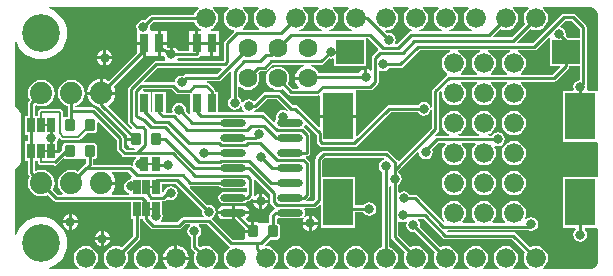
<source format=gtl>
G04 Layer_Physical_Order=1*
G04 Layer_Color=255*
%FSLAX44Y44*%
%MOMM*%
G71*
G01*
G75*
%ADD10R,2.5000X4.0000*%
%ADD11R,2.3400X2.0000*%
%ADD12R,0.7620X1.6002*%
G04:AMPARAMS|DCode=13|XSize=1mm|YSize=0.9mm|CornerRadius=0.1125mm|HoleSize=0mm|Usage=FLASHONLY|Rotation=270.000|XOffset=0mm|YOffset=0mm|HoleType=Round|Shape=RoundedRectangle|*
%AMROUNDEDRECTD13*
21,1,1.0000,0.6750,0,0,270.0*
21,1,0.7750,0.9000,0,0,270.0*
1,1,0.2250,-0.3375,-0.3875*
1,1,0.2250,-0.3375,0.3875*
1,1,0.2250,0.3375,0.3875*
1,1,0.2250,0.3375,-0.3875*
%
%ADD13ROUNDEDRECTD13*%
%ADD14R,0.6350X1.2700*%
%ADD15O,2.2000X0.6000*%
%ADD16C,0.2200*%
%ADD17C,0.2500*%
%ADD18C,0.2032*%
%ADD19C,1.6760*%
%ADD20C,3.2004*%
%ADD21C,1.6764*%
%ADD22C,1.8796*%
%ADD23C,1.6000*%
%ADD24C,0.8000*%
G36*
X464025Y111161D02*
X464025Y111161D01*
Y111161D01*
X465233Y111018D01*
X466085Y110906D01*
X467948Y110134D01*
X469548Y108907D01*
X470775Y107307D01*
X471547Y105444D01*
X471795Y103564D01*
X471795Y103564D01*
X471795D01*
X471810Y103549D01*
X471829Y41105D01*
X470560Y40170D01*
X463118D01*
X462294Y41440D01*
X462634Y43148D01*
X462184Y45411D01*
X462130Y45492D01*
X462157Y45627D01*
Y93948D01*
X461932Y95079D01*
X461291Y96039D01*
X452909Y104421D01*
X451950Y105062D01*
X450818Y105287D01*
X442690D01*
X441558Y105062D01*
X440599Y104421D01*
X416573Y80395D01*
X403736D01*
X403250Y81568D01*
X414264Y92582D01*
X416442Y91680D01*
X419100Y91330D01*
X421758Y91680D01*
X424235Y92706D01*
X426362Y94338D01*
X427994Y96465D01*
X429020Y98942D01*
X429370Y101600D01*
X429020Y104258D01*
X427994Y106735D01*
X426362Y108862D01*
X425009Y109900D01*
X425440Y111170D01*
X462762D01*
X464025Y111161D01*
D02*
G37*
G36*
X346493Y73211D02*
X344516Y72392D01*
X342389Y70760D01*
X340758Y68634D01*
X339732Y66157D01*
X339382Y63500D01*
X339732Y60842D01*
X340758Y58366D01*
X342389Y56240D01*
X344221Y54834D01*
X344093Y53659D01*
X344022Y53500D01*
X343063Y52859D01*
X331887Y41683D01*
X331246Y40724D01*
X331021Y39592D01*
Y25938D01*
X329751Y25813D01*
X329463Y27263D01*
X328181Y29181D01*
X326262Y30463D01*
X323999Y30914D01*
X321736Y30463D01*
X319818Y29181D01*
X318999Y27957D01*
X294951D01*
X293820Y27732D01*
X292860Y27091D01*
X267933Y2164D01*
X266760Y2650D01*
Y17100D01*
X236680D01*
Y9604D01*
X235507Y9118D01*
X217534Y27091D01*
X216575Y27732D01*
X215443Y27957D01*
X213225D01*
X203091Y38091D01*
X202132Y38732D01*
X201000Y38957D01*
X190000D01*
X188869Y38732D01*
X187909Y38091D01*
X180927Y31108D01*
X180182Y31182D01*
X178263Y32464D01*
X176000Y32914D01*
X173737Y32464D01*
X171818Y31182D01*
X171144Y30173D01*
X169819Y30475D01*
X169464Y32263D01*
X168182Y34182D01*
X167009Y34965D01*
Y42999D01*
X168279Y43404D01*
X170058Y42040D01*
X172442Y41052D01*
X175000Y40715D01*
X177558Y41052D01*
X179942Y42040D01*
X181989Y43610D01*
X183560Y45658D01*
X184548Y48042D01*
X184884Y50600D01*
X184548Y53158D01*
X183725Y55144D01*
X185283Y56701D01*
X189452D01*
X190583Y56926D01*
X191543Y57567D01*
X196011Y62035D01*
X222546D01*
X222799Y60765D01*
X220484Y59806D01*
X218283Y58117D01*
X216593Y55915D01*
X215531Y53351D01*
X215336Y51870D01*
X225800D01*
Y49330D01*
X215336D01*
X215531Y47848D01*
X216593Y45284D01*
X218172Y43227D01*
X217886Y41957D01*
X213225D01*
X209125Y46056D01*
X209948Y48042D01*
X210284Y50600D01*
X209948Y53158D01*
X208960Y55542D01*
X207389Y57589D01*
X205342Y59160D01*
X202958Y60148D01*
X200400Y60484D01*
X197842Y60148D01*
X195458Y59160D01*
X193410Y57589D01*
X191840Y55542D01*
X190852Y53158D01*
X190515Y50600D01*
X190852Y48042D01*
X191840Y45658D01*
X193410Y43610D01*
X195458Y42040D01*
X197842Y41052D01*
X200400Y40715D01*
X202958Y41052D01*
X204944Y41874D01*
X209909Y36909D01*
X210868Y36268D01*
X212000Y36043D01*
X234072D01*
X235203Y36268D01*
X235410Y36406D01*
X236680Y35727D01*
Y19640D01*
X266760D01*
Y40618D01*
X278779D01*
X279911Y40844D01*
X280870Y41484D01*
X285015Y45629D01*
X285656Y46589D01*
X285881Y47720D01*
Y56824D01*
X287001Y57422D01*
X287650Y56989D01*
X289913Y56538D01*
X292176Y56989D01*
X294095Y58270D01*
X294913Y59495D01*
X304395D01*
X305526Y59720D01*
X306485Y60361D01*
X320605Y74481D01*
X346241D01*
X346493Y73211D01*
D02*
G37*
G36*
X208964Y23854D02*
X208155Y22868D01*
X207263Y23463D01*
X205000Y23914D01*
X202737Y23463D01*
X200818Y22182D01*
X199536Y20263D01*
X199086Y18000D01*
X199411Y16368D01*
X198478Y14973D01*
X198331Y14234D01*
X196953Y13816D01*
X189661Y21109D01*
X188701Y21750D01*
X187570Y21975D01*
X181299D01*
X180716Y23114D01*
X181273Y24097D01*
X182132Y24268D01*
X183091Y24909D01*
X191225Y33043D01*
X199775D01*
X208964Y23854D01*
D02*
G37*
G36*
X456243Y48967D02*
X454457Y48611D01*
X452539Y47330D01*
X451257Y45411D01*
X450807Y43148D01*
X451147Y41440D01*
X450323Y40170D01*
X442421D01*
Y-3430D01*
X471020D01*
X471844Y-4359D01*
X471852Y-31645D01*
X470582Y-32570D01*
X442421D01*
Y-76170D01*
X452450D01*
X452836Y-77440D01*
X452539Y-77638D01*
X451257Y-79557D01*
X450807Y-81820D01*
X451257Y-84083D01*
X452539Y-86002D01*
X454457Y-87283D01*
X456720Y-87734D01*
X458983Y-87283D01*
X460902Y-86002D01*
X462184Y-84083D01*
X462634Y-81820D01*
X462184Y-79557D01*
X460902Y-77638D01*
X460605Y-77440D01*
X460991Y-76170D01*
X470596D01*
X471020Y-76170D01*
X471866Y-77090D01*
X471874Y-102310D01*
X471795Y-103564D01*
X471795D01*
X471795Y-103564D01*
X471547Y-105444D01*
X470775Y-107307D01*
X469548Y-108907D01*
X467948Y-110134D01*
X466085Y-110906D01*
X465233Y-111018D01*
X464025Y-111161D01*
X464025Y-111161D01*
X462762Y-111170D01*
X425440D01*
X425009Y-109900D01*
X426362Y-108862D01*
X427994Y-106735D01*
X429020Y-104258D01*
X429370Y-101600D01*
X429020Y-98942D01*
X427994Y-96465D01*
X426362Y-94338D01*
X424235Y-92706D01*
X421758Y-91680D01*
X419100Y-91330D01*
X416442Y-91680D01*
X414264Y-92582D01*
X402173Y-80491D01*
X401213Y-79850D01*
X400082Y-79625D01*
X344220D01*
X343893Y-79189D01*
X344527Y-77919D01*
X412411D01*
X412741Y-78140D01*
X415004Y-78590D01*
X417267Y-78140D01*
X419186Y-76858D01*
X420467Y-74939D01*
X420918Y-72676D01*
X420467Y-70413D01*
X419186Y-68494D01*
X417267Y-67213D01*
X415004Y-66762D01*
X412741Y-67213D01*
X410822Y-68494D01*
X410696Y-68684D01*
X409571Y-68082D01*
X410368Y-66157D01*
X410718Y-63500D01*
X410368Y-60842D01*
X409342Y-58366D01*
X407710Y-56240D01*
X405584Y-54608D01*
X403107Y-53582D01*
X400450Y-53232D01*
X397792Y-53582D01*
X395316Y-54608D01*
X393189Y-56240D01*
X391558Y-58366D01*
X390532Y-60842D01*
X390182Y-63500D01*
X390532Y-66157D01*
X391558Y-68634D01*
X393170Y-70735D01*
X393106Y-71210D01*
X392836Y-72005D01*
X382663D01*
X382394Y-71210D01*
X382330Y-70735D01*
X383942Y-68634D01*
X384968Y-66157D01*
X385318Y-63500D01*
X384968Y-60842D01*
X383942Y-58366D01*
X382310Y-56240D01*
X380184Y-54608D01*
X377707Y-53582D01*
X375050Y-53232D01*
X372392Y-53582D01*
X369916Y-54608D01*
X367789Y-56240D01*
X366158Y-58366D01*
X365132Y-60842D01*
X364782Y-63500D01*
X365132Y-66157D01*
X366158Y-68634D01*
X367770Y-70735D01*
X367706Y-71210D01*
X367436Y-72005D01*
X357263D01*
X356994Y-71210D01*
X356930Y-70735D01*
X358542Y-68634D01*
X359568Y-66157D01*
X359918Y-63500D01*
X359568Y-60842D01*
X358542Y-58366D01*
X356910Y-56240D01*
X354784Y-54608D01*
X352307Y-53582D01*
X349650Y-53232D01*
X346992Y-53582D01*
X344516Y-54608D01*
X342389Y-56240D01*
X340758Y-58366D01*
X339732Y-60842D01*
X339382Y-63500D01*
X339732Y-66157D01*
X340758Y-68634D01*
X341655Y-69803D01*
X340698Y-70643D01*
X319051Y-48995D01*
X318092Y-48354D01*
X316960Y-48129D01*
X312308D01*
X311490Y-46904D01*
X309571Y-45623D01*
X307308Y-45172D01*
X305045Y-45623D01*
X303661Y-46547D01*
X302391Y-45893D01*
Y-39322D01*
X303616Y-38504D01*
X304897Y-36585D01*
X305348Y-34322D01*
X304897Y-32059D01*
X303616Y-30140D01*
X302744Y-29558D01*
X302649Y-28177D01*
X318906Y-11919D01*
X320175Y-12447D01*
X320536Y-14263D01*
X321818Y-16182D01*
X323737Y-17464D01*
X326000Y-17914D01*
X328263Y-17464D01*
X330182Y-16182D01*
X331464Y-14263D01*
X331914Y-12000D01*
X331464Y-9737D01*
X331055Y-9126D01*
X336225Y-3957D01*
X342346D01*
X342754Y-5159D01*
X342389Y-5440D01*
X340758Y-7566D01*
X339732Y-10043D01*
X339382Y-12700D01*
X339732Y-15358D01*
X340758Y-17834D01*
X342389Y-19960D01*
X344516Y-21592D01*
X346992Y-22618D01*
X349650Y-22968D01*
X352307Y-22618D01*
X354784Y-21592D01*
X356910Y-19960D01*
X358542Y-17834D01*
X359568Y-15358D01*
X359918Y-12700D01*
X359568Y-10043D01*
X358542Y-7566D01*
X356910Y-5440D01*
X356545Y-5159D01*
X356953Y-3957D01*
X367746D01*
X368154Y-5159D01*
X367789Y-5440D01*
X366158Y-7566D01*
X365132Y-10043D01*
X364782Y-12700D01*
X365132Y-15358D01*
X366158Y-17834D01*
X367789Y-19960D01*
X369916Y-21592D01*
X372392Y-22618D01*
X375050Y-22968D01*
X377707Y-22618D01*
X380184Y-21592D01*
X382310Y-19960D01*
X383942Y-17834D01*
X384968Y-15358D01*
X385318Y-12700D01*
X384968Y-10043D01*
X383942Y-7566D01*
X383774Y-7348D01*
X384654Y-6408D01*
X384737Y-6464D01*
X387000Y-6914D01*
X389263Y-6464D01*
X391182Y-5182D01*
X392463Y-3263D01*
X392914Y-1000D01*
X392463Y1263D01*
X391182Y3182D01*
X389263Y4464D01*
X387000Y4914D01*
X384737Y4464D01*
X382818Y3182D01*
X382000Y1957D01*
X379034D01*
X378781Y3227D01*
X380184Y3808D01*
X382310Y5440D01*
X383942Y7566D01*
X384968Y10043D01*
X385318Y12700D01*
X384968Y15358D01*
X383942Y17834D01*
X382310Y19960D01*
X380184Y21592D01*
X377707Y22618D01*
X375050Y22968D01*
X372392Y22618D01*
X369916Y21592D01*
X367789Y19960D01*
X366158Y17834D01*
X365132Y15358D01*
X364782Y12700D01*
X365132Y10043D01*
X366158Y7566D01*
X367789Y5440D01*
X369916Y3808D01*
X371319Y3227D01*
X371066Y1957D01*
X353634D01*
X353381Y3227D01*
X354784Y3808D01*
X356910Y5440D01*
X358542Y7566D01*
X359568Y10043D01*
X359918Y12700D01*
X359568Y15358D01*
X358542Y17834D01*
X356910Y19960D01*
X354784Y21592D01*
X352307Y22618D01*
X349650Y22968D01*
X346992Y22618D01*
X344516Y21592D01*
X342389Y19960D01*
X340758Y17834D01*
X339732Y15358D01*
X339382Y12700D01*
X339732Y10043D01*
X340758Y7566D01*
X342389Y5440D01*
X344516Y3808D01*
X345919Y3227D01*
X345666Y1957D01*
X335000D01*
X334474Y1852D01*
X333848Y3023D01*
X336069Y5243D01*
X336710Y6202D01*
X336935Y7334D01*
Y38367D01*
X338318Y39751D01*
X339521Y39158D01*
X339382Y38100D01*
X339732Y35443D01*
X340758Y32966D01*
X342389Y30840D01*
X344516Y29208D01*
X346992Y28182D01*
X349650Y27832D01*
X352307Y28182D01*
X354784Y29208D01*
X356910Y30840D01*
X358542Y32966D01*
X359568Y35443D01*
X359918Y38100D01*
X359568Y40757D01*
X358542Y43234D01*
X356910Y45360D01*
X355372Y46541D01*
X355803Y47811D01*
X368897D01*
X369328Y46541D01*
X367789Y45360D01*
X366158Y43234D01*
X365132Y40757D01*
X364782Y38100D01*
X365132Y35443D01*
X366158Y32966D01*
X367789Y30840D01*
X369916Y29208D01*
X372392Y28182D01*
X375050Y27832D01*
X377707Y28182D01*
X380184Y29208D01*
X382310Y30840D01*
X383942Y32966D01*
X384968Y35443D01*
X385318Y38100D01*
X384968Y40757D01*
X383942Y43234D01*
X382310Y45360D01*
X380771Y46541D01*
X381203Y47811D01*
X394297D01*
X394728Y46541D01*
X393189Y45360D01*
X391558Y43234D01*
X390532Y40757D01*
X390182Y38100D01*
X390532Y35443D01*
X391558Y32966D01*
X393189Y30840D01*
X395316Y29208D01*
X397792Y28182D01*
X400450Y27832D01*
X403107Y28182D01*
X405584Y29208D01*
X407710Y30840D01*
X409342Y32966D01*
X410368Y35443D01*
X410718Y38100D01*
X410368Y40757D01*
X409342Y43234D01*
X407710Y45360D01*
X406171Y46541D01*
X406603Y47811D01*
X434562D01*
X435694Y48036D01*
X436653Y48677D01*
X446591Y58615D01*
X447232Y59574D01*
X447457Y60706D01*
Y61300D01*
X456243D01*
Y48967D01*
D02*
G37*
G36*
X397293Y73211D02*
X395316Y72392D01*
X393189Y70760D01*
X391558Y68634D01*
X390532Y66157D01*
X390182Y63500D01*
X390532Y60842D01*
X391558Y58366D01*
X393189Y56240D01*
X394812Y54995D01*
X394380Y53725D01*
X381119D01*
X380688Y54995D01*
X382310Y56240D01*
X383942Y58366D01*
X384968Y60842D01*
X385318Y63500D01*
X384968Y66157D01*
X383942Y68634D01*
X382310Y70760D01*
X380184Y72392D01*
X378206Y73211D01*
X378459Y74481D01*
X397040D01*
X397293Y73211D01*
D02*
G37*
G36*
X431000Y84662D02*
Y61300D01*
X439253D01*
X439739Y60127D01*
X433337Y53725D01*
X406519D01*
X406088Y54995D01*
X407710Y56240D01*
X409342Y58366D01*
X410368Y60842D01*
X410718Y63500D01*
X410368Y66157D01*
X409342Y68634D01*
X407710Y70760D01*
X405584Y72392D01*
X403606Y73211D01*
X403859Y74481D01*
X417798D01*
X418929Y74706D01*
X419889Y75347D01*
X429934Y85392D01*
X431000Y84662D01*
D02*
G37*
G36*
X153308Y58489D02*
X149051Y54233D01*
X123158D01*
X122027Y54008D01*
X121067Y53367D01*
X120539Y52838D01*
X119094Y53126D01*
X116831Y52675D01*
X114912Y51394D01*
X113631Y49475D01*
X113180Y47212D01*
X111966Y47121D01*
X88199D01*
X87713Y48294D01*
X99081Y59662D01*
X152822D01*
X153308Y58489D01*
D02*
G37*
G36*
X371893Y73211D02*
X369916Y72392D01*
X367789Y70760D01*
X366158Y68634D01*
X365132Y66157D01*
X364782Y63500D01*
X365132Y60842D01*
X366158Y58366D01*
X367789Y56240D01*
X369412Y54995D01*
X368980Y53725D01*
X355719D01*
X355288Y54995D01*
X356910Y56240D01*
X358542Y58366D01*
X359568Y60842D01*
X359918Y63500D01*
X359568Y66157D01*
X358542Y68634D01*
X356910Y70760D01*
X354784Y72392D01*
X352807Y73211D01*
X353059Y74481D01*
X371641D01*
X371893Y73211D01*
D02*
G37*
G36*
X161095Y56118D02*
Y35035D01*
X159818Y34182D01*
X158537Y32263D01*
X158086Y30000D01*
X158537Y27737D01*
X159818Y25818D01*
X161737Y24536D01*
X164000Y24086D01*
X166263Y24536D01*
X168182Y25818D01*
X168856Y26827D01*
X170181Y26525D01*
X170536Y24737D01*
X171534Y23245D01*
X170969Y21975D01*
X152368D01*
X151631Y21828D01*
X150850Y22213D01*
X150708Y22318D01*
X150360Y22692D01*
Y39401D01*
X147707D01*
Y39592D01*
X147482Y40724D01*
X146841Y41683D01*
X142269Y46255D01*
X141310Y46896D01*
X140539Y47049D01*
X140664Y48319D01*
X150276D01*
X151408Y48544D01*
X152367Y49185D01*
X159825Y56644D01*
X161095Y56118D01*
D02*
G37*
G36*
X76961Y-31677D02*
X76475Y-32850D01*
X76147D01*
Y-34821D01*
X75914Y-35012D01*
X73651Y-35463D01*
X71732Y-36744D01*
X70451Y-38663D01*
X70000Y-40926D01*
X70451Y-43189D01*
X71732Y-45108D01*
X73651Y-46389D01*
X74322Y-46523D01*
X74197Y-47793D01*
X60114D01*
X59906Y-47178D01*
X59784Y-46523D01*
X61628Y-44120D01*
X62831Y-41217D01*
X63074Y-39370D01*
X51200D01*
Y-36830D01*
X63074D01*
X62831Y-34983D01*
X61628Y-32080D01*
X59965Y-29913D01*
X60428Y-28643D01*
X73927D01*
X76961Y-31677D01*
D02*
G37*
G36*
X194115Y-47307D02*
Y-53880D01*
X194340Y-55012D01*
X194981Y-55971D01*
X197521Y-58511D01*
X198039Y-58857D01*
X197771Y-60205D01*
X197660Y-60227D01*
X196651Y-60901D01*
X194301Y-63251D01*
X193627Y-64260D01*
X193390Y-65450D01*
Y-71858D01*
X192120Y-72120D01*
X192000Y-72000D01*
X184795D01*
X184305Y-71673D01*
X182875Y-71388D01*
X180770D01*
Y-79000D01*
X179500D01*
Y-80270D01*
X172388D01*
Y-82875D01*
X172673Y-84305D01*
X172986Y-84773D01*
X172307Y-86043D01*
X162225D01*
X144998Y-68817D01*
X145210Y-67232D01*
X146390Y-66444D01*
X147671Y-64525D01*
X148122Y-62262D01*
X147671Y-59999D01*
X146390Y-58080D01*
X144471Y-56799D01*
X142208Y-56348D01*
X140763Y-56636D01*
X125954Y-41826D01*
X126579Y-40656D01*
X126586Y-40657D01*
X151203D01*
X151539Y-41161D01*
X153127Y-42222D01*
X155000Y-42594D01*
X171000D01*
X172873Y-42222D01*
X173183Y-42014D01*
X174303Y-42613D01*
Y-45307D01*
X173033Y-45986D01*
X172873Y-45879D01*
X171000Y-45506D01*
X155000D01*
X153127Y-45879D01*
X151539Y-46940D01*
X150478Y-48527D01*
X150106Y-50400D01*
X150478Y-52273D01*
X151539Y-53861D01*
X153127Y-54922D01*
X155000Y-55294D01*
X171000D01*
X172873Y-54922D01*
X174461Y-53861D01*
X174821Y-53322D01*
X175775Y-53132D01*
X176735Y-52491D01*
X178773Y-50452D01*
X179850Y-51171D01*
X179628Y-51707D01*
X179571Y-52144D01*
X184730D01*
Y-46985D01*
X184293Y-47042D01*
X182702Y-47702D01*
X181336Y-48750D01*
X181314Y-48778D01*
X180126Y-48240D01*
X180217Y-47784D01*
Y-35205D01*
X181487Y-34679D01*
X194115Y-47307D01*
D02*
G37*
G36*
X290616Y-16963D02*
X290090Y-18362D01*
X289837Y-18412D01*
X287918Y-19694D01*
X286637Y-21613D01*
X286186Y-23876D01*
X286637Y-26139D01*
X287918Y-28058D01*
X289143Y-28876D01*
Y-91804D01*
X286965Y-92706D01*
X284838Y-94338D01*
X283206Y-96465D01*
X282180Y-98942D01*
X281830Y-101600D01*
X282180Y-104258D01*
X283206Y-106735D01*
X284838Y-108862D01*
X286191Y-109900D01*
X285760Y-111170D01*
X273040D01*
X272609Y-109900D01*
X273962Y-108862D01*
X275594Y-106735D01*
X276620Y-104258D01*
X276970Y-101600D01*
X276620Y-98942D01*
X275594Y-96465D01*
X273962Y-94338D01*
X271835Y-92706D01*
X269358Y-91680D01*
X266700Y-91330D01*
X264042Y-91680D01*
X261565Y-92706D01*
X259438Y-94338D01*
X257806Y-96465D01*
X256780Y-98942D01*
X256430Y-101600D01*
X256780Y-104258D01*
X257806Y-106735D01*
X259438Y-108862D01*
X260791Y-109900D01*
X260360Y-111170D01*
X247640D01*
X247209Y-109900D01*
X248562Y-108862D01*
X250194Y-106735D01*
X251220Y-104258D01*
X251570Y-101600D01*
X251220Y-98942D01*
X250194Y-96465D01*
X248562Y-94338D01*
X246435Y-92706D01*
X243958Y-91680D01*
X241300Y-91330D01*
X238642Y-91680D01*
X236165Y-92706D01*
X234038Y-94338D01*
X232406Y-96465D01*
X231380Y-98942D01*
X231030Y-101600D01*
X231380Y-104258D01*
X232406Y-106735D01*
X234038Y-108862D01*
X235391Y-109900D01*
X234960Y-111170D01*
X222240D01*
X221809Y-109900D01*
X223162Y-108862D01*
X224794Y-106735D01*
X225820Y-104258D01*
X226170Y-101600D01*
X225820Y-98942D01*
X224794Y-96465D01*
X223162Y-94338D01*
X221035Y-92706D01*
X218558Y-91680D01*
X215900Y-91330D01*
X213242Y-91680D01*
X210765Y-92706D01*
X208638Y-94338D01*
X207006Y-96465D01*
X205980Y-98942D01*
X205630Y-101600D01*
X205980Y-104258D01*
X207006Y-106735D01*
X208638Y-108862D01*
X209991Y-109900D01*
X209560Y-111170D01*
X196840D01*
X196409Y-109900D01*
X197762Y-108862D01*
X199394Y-106735D01*
X200420Y-104258D01*
X200770Y-101600D01*
X200420Y-98942D01*
X199394Y-96465D01*
X197762Y-94338D01*
X195635Y-92706D01*
X193158Y-91680D01*
X190500Y-91330D01*
X190094Y-91384D01*
X189501Y-90181D01*
X193824Y-85857D01*
X199875D01*
X201016Y-85630D01*
X201984Y-84984D01*
X202630Y-84016D01*
X202857Y-82875D01*
Y-75125D01*
X202630Y-73984D01*
X201984Y-73016D01*
X201016Y-72370D01*
X199875Y-72143D01*
X199610D01*
Y-68135D01*
X200880Y-67456D01*
X201127Y-67622D01*
X203000Y-67994D01*
X219000D01*
X220873Y-67622D01*
X221744Y-67039D01*
X222192Y-66741D01*
X223071Y-67680D01*
X222777Y-68063D01*
X222287Y-68702D01*
X221628Y-70293D01*
X221571Y-70730D01*
X226730D01*
Y-65571D01*
X226293Y-65628D01*
X224702Y-66287D01*
X224003Y-66824D01*
X223612Y-67124D01*
X222672Y-66244D01*
X222966Y-65804D01*
X223521Y-64973D01*
X223894Y-63100D01*
X223521Y-61227D01*
X223133Y-60647D01*
X223812Y-59377D01*
X231362D01*
X232493Y-59152D01*
X233453Y-58511D01*
X236247Y-55717D01*
X237420Y-56203D01*
Y-76170D01*
X266020D01*
Y-62933D01*
X273098D01*
X273916Y-64158D01*
X275835Y-65440D01*
X278098Y-65890D01*
X280361Y-65440D01*
X282280Y-64158D01*
X283561Y-62239D01*
X284012Y-59976D01*
X283561Y-57713D01*
X282280Y-55794D01*
X280361Y-54513D01*
X278098Y-54062D01*
X275835Y-54513D01*
X273916Y-55794D01*
X273098Y-57019D01*
X266020D01*
Y-32570D01*
X238383D01*
Y-18783D01*
X240715Y-16451D01*
X290222D01*
X290616Y-16963D01*
D02*
G37*
G36*
X136582Y-60817D02*
X136294Y-62262D01*
X136744Y-64525D01*
X137669Y-65909D01*
X137015Y-67179D01*
X120864D01*
X119733Y-67404D01*
X118773Y-68045D01*
X115775Y-71043D01*
X102729D01*
X102050Y-69773D01*
X102842Y-68589D01*
X103292Y-66326D01*
X102842Y-64063D01*
X102353Y-63332D01*
Y-53583D01*
X103577D01*
X104708Y-53358D01*
X105667Y-52717D01*
X106920Y-51465D01*
X107687Y-51978D01*
X109950Y-52428D01*
X112213Y-51978D01*
X114132Y-50696D01*
X115414Y-48777D01*
X115864Y-46514D01*
X115414Y-44251D01*
X114132Y-42332D01*
X112213Y-41051D01*
X109950Y-40600D01*
X107687Y-41051D01*
X105768Y-42332D01*
X104487Y-44251D01*
X104230Y-45539D01*
X103623Y-45935D01*
X102353Y-45259D01*
Y-38549D01*
X114313D01*
X136582Y-60817D01*
D02*
G37*
G36*
X331021Y24061D02*
Y8559D01*
X303300Y-19162D01*
X301776Y-18891D01*
X301525Y-18515D01*
X294413Y-11403D01*
X293454Y-10762D01*
X292322Y-10537D01*
X239490D01*
X238358Y-10762D01*
X237399Y-11403D01*
X233335Y-15467D01*
X232694Y-16427D01*
X232469Y-17558D01*
Y-51131D01*
X230137Y-53463D01*
X225248D01*
X225174Y-53369D01*
X224784Y-52193D01*
X227103Y-49875D01*
X227744Y-48916D01*
X227969Y-47784D01*
Y-21368D01*
X227744Y-20236D01*
X227103Y-19277D01*
X224353Y-16527D01*
X224742Y-15351D01*
X224816Y-15257D01*
X225012D01*
X226143Y-15032D01*
X227103Y-14391D01*
X227744Y-13432D01*
X227969Y-12300D01*
Y3016D01*
X227744Y4148D01*
X227103Y5107D01*
X223039Y9171D01*
X222854Y9294D01*
X222460Y9639D01*
X223408Y11058D01*
X224726Y11536D01*
X233363Y2899D01*
Y-2831D01*
X233588Y-3963D01*
X234229Y-4922D01*
X235928Y-6621D01*
X236887Y-7261D01*
X238019Y-7487D01*
X265421D01*
X266553Y-7261D01*
X267512Y-6621D01*
X296176Y22043D01*
X318999D01*
X319818Y20818D01*
X321736Y19536D01*
X323999Y19086D01*
X326262Y19536D01*
X328181Y20818D01*
X329463Y22737D01*
X329751Y24186D01*
X331021Y24061D01*
D02*
G37*
G36*
X113955Y38221D02*
X114915Y37580D01*
X116046Y37355D01*
X125994D01*
X126440Y36989D01*
Y20697D01*
X125170Y20171D01*
X122688Y22653D01*
X122976Y24098D01*
X122526Y26361D01*
X121244Y28280D01*
X119325Y29562D01*
X117062Y30012D01*
X114799Y29562D01*
X112880Y28280D01*
X111599Y26361D01*
X111148Y24098D01*
X111452Y22572D01*
X110543Y21302D01*
X105610D01*
Y39401D01*
X94390D01*
Y23133D01*
X93120Y22454D01*
X92910Y22594D01*
Y39401D01*
X86886D01*
X86262Y40671D01*
X86677Y41207D01*
X110969D01*
X113955Y38221D01*
D02*
G37*
G36*
X19984Y-17630D02*
X21125Y-17858D01*
X27875D01*
X28695Y-17694D01*
X29000Y-18000D01*
X37000D01*
X37306Y-17694D01*
X38125Y-17858D01*
X38543D01*
Y-21175D01*
X31414Y-28305D01*
X28723Y-27190D01*
X25800Y-26805D01*
X22877Y-27190D01*
X20152Y-28319D01*
X17813Y-30113D01*
X16018Y-32453D01*
X14890Y-35177D01*
X14505Y-38100D01*
X14890Y-41023D01*
X16018Y-43747D01*
X17813Y-46087D01*
X18470Y-46590D01*
X18062Y-47793D01*
X14274D01*
X10195Y-43714D01*
X11310Y-41023D01*
X11694Y-38100D01*
X11310Y-35177D01*
X10181Y-32453D01*
X8386Y-30113D01*
X6047Y-28319D01*
X3323Y-27190D01*
X400Y-26805D01*
X-2524Y-27190D01*
X-4115Y-27850D01*
X-5171Y-27144D01*
Y-19150D01*
X-2871D01*
Y-20000D01*
X-2653Y-21099D01*
X-2030Y-22030D01*
X-1864Y-22197D01*
X-932Y-22819D01*
X166Y-23037D01*
X10451D01*
X10520Y-23084D01*
X11652Y-23309D01*
X12783Y-23084D01*
X13743Y-22443D01*
X19127Y-17058D01*
X19984Y-17630D01*
D02*
G37*
G36*
X64043Y-1225D02*
Y-9000D01*
X64268Y-10131D01*
X64909Y-11091D01*
X68868Y-15049D01*
X68895Y-15091D01*
X69854Y-15732D01*
X70986Y-15956D01*
X80319D01*
X80704Y-17227D01*
X79818Y-17818D01*
X78537Y-19737D01*
X78086Y-22000D01*
X78246Y-22802D01*
X77607Y-23308D01*
X77088Y-23492D01*
X76283Y-22954D01*
X75152Y-22729D01*
X44727D01*
X44457Y-22400D01*
Y-17858D01*
X44875D01*
X46016Y-17630D01*
X46984Y-16984D01*
X47630Y-16016D01*
X47857Y-14875D01*
Y-7125D01*
X47630Y-5984D01*
X46984Y-5016D01*
X46016Y-4370D01*
X44875Y-4143D01*
X38125D01*
X37306Y-4306D01*
X37000Y-4000D01*
X29000D01*
X28694Y-4306D01*
X27875Y-4143D01*
X21125D01*
X19984Y-4370D01*
X19016Y-5016D01*
X18370Y-5984D01*
X18142Y-7125D01*
Y-9680D01*
X15016Y-12806D01*
X13843Y-12320D01*
Y-12270D01*
X8128D01*
Y-9730D01*
X13843D01*
Y-3293D01*
X14500Y-1707D01*
X14657Y-513D01*
X15939Y0D01*
X16970Y-1030D01*
X17901Y-1653D01*
X19000Y-1871D01*
X31500D01*
X32599Y-1653D01*
X33530Y-1030D01*
X38703Y4143D01*
X44875D01*
X46016Y4370D01*
X46984Y5016D01*
X47630Y5984D01*
X47857Y7125D01*
Y13165D01*
X49127Y13691D01*
X64043Y-1225D01*
D02*
G37*
G36*
X285604Y76169D02*
X285381Y74596D01*
X285131Y74429D01*
X280833Y70131D01*
X280192Y69172D01*
X279967Y68040D01*
Y57855D01*
X278697Y57229D01*
X278348Y57497D01*
X276757Y58156D01*
X276320Y58213D01*
Y51784D01*
X273780D01*
Y58213D01*
X273343Y58156D01*
X271752Y57497D01*
X270386Y56448D01*
X269337Y55082D01*
X269196Y54741D01*
X235493D01*
X235007Y55915D01*
X233317Y58117D01*
X231115Y59806D01*
X228801Y60765D01*
X229054Y62035D01*
X237224D01*
X238355Y62260D01*
X239315Y62901D01*
X243887Y67474D01*
X245332Y67187D01*
X247230Y67564D01*
X248500Y66830D01*
Y61300D01*
X275500D01*
Y84641D01*
X277132D01*
X285604Y76169D01*
D02*
G37*
G36*
X235391Y109900D02*
X234038Y108862D01*
X232406Y106735D01*
X231380Y104258D01*
X231030Y101600D01*
X231380Y98942D01*
X232406Y96465D01*
X234038Y94338D01*
X236165Y92706D01*
X238293Y91825D01*
X238040Y90555D01*
X219160D01*
X218908Y91825D01*
X221035Y92706D01*
X223162Y94338D01*
X224794Y96465D01*
X225820Y98942D01*
X226170Y101600D01*
X225820Y104258D01*
X224794Y106735D01*
X223162Y108862D01*
X221809Y109900D01*
X222240Y111170D01*
X234960D01*
X235391Y109900D01*
D02*
G37*
G36*
X260791D02*
X259438Y108862D01*
X257806Y106735D01*
X256780Y104258D01*
X256430Y101600D01*
X256780Y98942D01*
X257806Y96465D01*
X259438Y94338D01*
X261565Y92706D01*
X263692Y91825D01*
X263440Y90555D01*
X244560D01*
X244307Y91825D01*
X246435Y92706D01*
X248562Y94338D01*
X250194Y96465D01*
X251220Y98942D01*
X251570Y101600D01*
X251220Y104258D01*
X250194Y106735D01*
X248562Y108862D01*
X247209Y109900D01*
X247640Y111170D01*
X260360D01*
X260791Y109900D01*
D02*
G37*
G36*
X86518Y-69236D02*
X87159Y-70195D01*
X93055Y-76091D01*
X94015Y-76732D01*
X95146Y-76957D01*
X117000D01*
X118132Y-76732D01*
X119091Y-76091D01*
X122089Y-73093D01*
X126115D01*
X126500Y-74363D01*
X125818Y-74818D01*
X124537Y-76737D01*
X124086Y-79000D01*
X124537Y-81263D01*
X125818Y-83182D01*
X126890Y-83898D01*
Y-91900D01*
X127127Y-93090D01*
X127801Y-94099D01*
X130619Y-96917D01*
X129780Y-98942D01*
X129430Y-101600D01*
X129780Y-104258D01*
X130806Y-106735D01*
X132438Y-108862D01*
X133791Y-109900D01*
X133360Y-111170D01*
X121856D01*
X121425Y-109900D01*
X122090Y-109390D01*
X123840Y-107108D01*
X124941Y-104451D01*
X125149Y-102870D01*
X114300D01*
X103451D01*
X103659Y-104451D01*
X104760Y-107108D01*
X106510Y-109390D01*
X107175Y-109900D01*
X106744Y-111170D01*
X95240D01*
X94809Y-109900D01*
X96162Y-108862D01*
X97794Y-106735D01*
X98820Y-104258D01*
X99170Y-101600D01*
X98820Y-98942D01*
X97794Y-96465D01*
X96162Y-94338D01*
X94035Y-92706D01*
X91558Y-91680D01*
X88900Y-91330D01*
X86242Y-91680D01*
X83765Y-92706D01*
X81638Y-94338D01*
X80006Y-96465D01*
X78980Y-98942D01*
X78630Y-101600D01*
X78980Y-104258D01*
X80006Y-106735D01*
X81638Y-108862D01*
X82991Y-109900D01*
X82560Y-111170D01*
X69840D01*
X69409Y-109900D01*
X70762Y-108862D01*
X72394Y-106735D01*
X73420Y-104258D01*
X73770Y-101600D01*
X73420Y-98942D01*
X72518Y-96764D01*
X83213Y-86069D01*
X83854Y-85110D01*
X84079Y-83978D01*
Y-68150D01*
X86302D01*
X86518Y-69236D01*
D02*
G37*
G36*
X456243Y92723D02*
Y84900D01*
X446013D01*
X444252Y86661D01*
X444540Y88106D01*
X444090Y90369D01*
X442808Y92288D01*
X440889Y93569D01*
X440070Y93732D01*
X439652Y95110D01*
X443915Y99373D01*
X449593D01*
X456243Y92723D01*
D02*
G37*
G36*
X336991Y109900D02*
X335638Y108862D01*
X334006Y106735D01*
X332980Y104258D01*
X332630Y101600D01*
X332980Y98942D01*
X334006Y96465D01*
X335638Y94338D01*
X337765Y92706D01*
X339893Y91825D01*
X339640Y90555D01*
X320760D01*
X320508Y91825D01*
X322635Y92706D01*
X324762Y94338D01*
X326394Y96465D01*
X327420Y98942D01*
X327770Y101600D01*
X327420Y104258D01*
X326394Y106735D01*
X324762Y108862D01*
X323409Y109900D01*
X323840Y111170D01*
X336560D01*
X336991Y109900D01*
D02*
G37*
G36*
X184591D02*
X183238Y108862D01*
X181606Y106735D01*
X180580Y104258D01*
X180230Y101600D01*
X180580Y98942D01*
X181606Y96465D01*
X183238Y94338D01*
X184858Y93095D01*
X184427Y91825D01*
X171173D01*
X170742Y93095D01*
X172362Y94338D01*
X173994Y96465D01*
X175020Y98942D01*
X175370Y101600D01*
X175020Y104258D01*
X173994Y106735D01*
X172362Y108862D01*
X171009Y109900D01*
X171440Y111170D01*
X184160D01*
X184591Y109900D01*
D02*
G37*
G36*
X133791D02*
X132438Y108862D01*
X130806Y106735D01*
X129904Y104557D01*
X94234D01*
X93103Y104332D01*
X92143Y103691D01*
X88281Y99828D01*
X86836Y100116D01*
X84573Y99665D01*
X82654Y98384D01*
X81372Y96465D01*
X80922Y94202D01*
X81318Y92211D01*
X80950Y90941D01*
X80950D01*
Y81670D01*
X87300D01*
Y80400D01*
X88570D01*
Y69859D01*
X98730D01*
Y80400D01*
Y90941D01*
X93044D01*
X92354Y92211D01*
X92750Y94202D01*
X92462Y95647D01*
X95459Y98643D01*
X129904D01*
X130806Y96465D01*
X132438Y94338D01*
X134565Y92706D01*
X135760Y92211D01*
X135507Y90941D01*
X133321D01*
Y80400D01*
X132051D01*
Y79130D01*
X125701D01*
Y73807D01*
X116328D01*
X116187Y74149D01*
X115139Y75515D01*
X113772Y76563D01*
X112182Y77222D01*
X111744Y77280D01*
Y70850D01*
X109204D01*
Y77280D01*
X108767Y77222D01*
X107531Y76710D01*
X106577Y77265D01*
X106350Y77530D01*
Y79130D01*
X101270D01*
Y69859D01*
X103990D01*
X104086Y69127D01*
X104745Y67536D01*
X105275Y66846D01*
X104648Y65576D01*
X97856D01*
X96725Y65351D01*
X95765Y64710D01*
X74331Y43276D01*
X73690Y42317D01*
X73465Y41185D01*
Y13684D01*
X73690Y12552D01*
X74331Y11593D01*
X76954Y8970D01*
X76536Y7592D01*
X76164Y7518D01*
X57223Y26458D01*
X57551Y27926D01*
X59714Y29586D01*
X61628Y32080D01*
X62831Y34983D01*
X63074Y36830D01*
X51200D01*
X39326D01*
X39569Y34983D01*
X40772Y32080D01*
X42685Y29586D01*
X45179Y27672D01*
X48083Y26469D01*
X49018Y26346D01*
X49109Y26209D01*
X73138Y2180D01*
Y520D01*
X80250D01*
Y-2020D01*
X73138D01*
Y-4625D01*
X73422Y-6055D01*
X74233Y-7267D01*
X75445Y-8077D01*
X76875Y-8362D01*
X78755D01*
X79394Y-9632D01*
X79098Y-10029D01*
X72211D01*
X69957Y-7775D01*
Y0D01*
X69732Y1132D01*
X69091Y2091D01*
X46091Y25091D01*
X45132Y25732D01*
X44000Y25957D01*
X28757D01*
Y27204D01*
X31447Y28319D01*
X33786Y30113D01*
X35581Y32453D01*
X36710Y35177D01*
X37094Y38100D01*
X36710Y41023D01*
X35581Y43747D01*
X33786Y46087D01*
X31447Y47881D01*
X28723Y49010D01*
X25800Y49395D01*
X22877Y49010D01*
X20152Y47881D01*
X17813Y46087D01*
X16018Y43747D01*
X14890Y41023D01*
X14505Y38100D01*
X14890Y35177D01*
X16018Y32453D01*
X17813Y30113D01*
X20152Y28319D01*
X22843Y27204D01*
Y17858D01*
X21125D01*
X20141Y17662D01*
X19783Y17772D01*
X18871Y18415D01*
Y22000D01*
X18653Y23099D01*
X18030Y24030D01*
X17099Y24653D01*
X16000Y24871D01*
X0D01*
X-1099Y24653D01*
X-2030Y24030D01*
X-2653Y23099D01*
X-2871Y22000D01*
Y19150D01*
X-5171D01*
Y27144D01*
X-4115Y27850D01*
X-2524Y27190D01*
X400Y26805D01*
X3323Y27190D01*
X6047Y28319D01*
X8386Y30113D01*
X10181Y32453D01*
X11310Y35177D01*
X11694Y38100D01*
X11310Y41023D01*
X10181Y43747D01*
X8386Y46087D01*
X6047Y47881D01*
X3323Y49010D01*
X400Y49395D01*
X-2524Y49010D01*
X-5247Y47881D01*
X-7587Y46087D01*
X-9382Y43747D01*
X-10510Y41023D01*
X-10895Y38100D01*
X-10510Y35177D01*
X-9395Y32486D01*
X-10219Y31663D01*
X-10860Y30704D01*
X-11085Y29572D01*
Y19150D01*
X-13103D01*
Y2850D01*
X-11085D01*
Y-2850D01*
X-13103D01*
Y-19150D01*
X-11085D01*
Y-29572D01*
X-10860Y-30704D01*
X-10219Y-31663D01*
X-9395Y-32486D01*
X-10510Y-35177D01*
X-10895Y-38100D01*
X-10510Y-41023D01*
X-9382Y-43747D01*
X-7587Y-46087D01*
X-5247Y-47881D01*
X-2524Y-49010D01*
X400Y-49395D01*
X3323Y-49010D01*
X6014Y-47895D01*
X10959Y-52840D01*
X11918Y-53481D01*
X13049Y-53706D01*
X76147D01*
Y-68150D01*
X78165D01*
Y-82753D01*
X68336Y-92582D01*
X66158Y-91680D01*
X63500Y-91330D01*
X60842Y-91680D01*
X58365Y-92706D01*
X56238Y-94338D01*
X54606Y-96465D01*
X53580Y-98942D01*
X53230Y-101600D01*
X53580Y-104258D01*
X54606Y-106735D01*
X56238Y-108862D01*
X57591Y-109900D01*
X57160Y-111170D01*
X44440D01*
X44009Y-109900D01*
X45362Y-108862D01*
X46994Y-106735D01*
X48020Y-104258D01*
X48370Y-101600D01*
X48020Y-98942D01*
X46994Y-96465D01*
X45362Y-94338D01*
X43235Y-92706D01*
X40758Y-91680D01*
X38100Y-91330D01*
X35442Y-91680D01*
X32965Y-92706D01*
X30838Y-94338D01*
X29206Y-96465D01*
X28180Y-98942D01*
X27830Y-101600D01*
X28180Y-104258D01*
X29206Y-106735D01*
X30838Y-108862D01*
X32191Y-109900D01*
X31760Y-111170D01*
X7162D01*
X6974Y-109900D01*
X8506Y-109435D01*
X12349Y-107381D01*
X15717Y-104617D01*
X18481Y-101249D01*
X20535Y-97406D01*
X21800Y-93236D01*
X22227Y-88900D01*
X21800Y-84564D01*
X20535Y-80394D01*
X18481Y-76551D01*
X15717Y-73183D01*
X12349Y-70419D01*
X8506Y-68365D01*
X4336Y-67100D01*
X0Y-66673D01*
X-4336Y-67100D01*
X-8506Y-68365D01*
X-12349Y-70419D01*
X-15717Y-73183D01*
X-18481Y-76551D01*
X-20535Y-80394D01*
X-20998Y-81919D01*
X-22268Y-81731D01*
Y-26599D01*
X-18187Y-22518D01*
X-18186Y-22518D01*
X-17756Y-21874D01*
X-17508Y-21503D01*
X-17508Y-21503D01*
X-17508Y-21503D01*
X-17433Y-21126D01*
X-17270Y-20305D01*
X-17270Y-20305D01*
Y20700D01*
X-17270Y20700D01*
X-17508Y21898D01*
X-18186Y22913D01*
X-22270Y26997D01*
Y81738D01*
X-21000Y81926D01*
X-20535Y80394D01*
X-18481Y76551D01*
X-15717Y73183D01*
X-12349Y70419D01*
X-8506Y68365D01*
X-4336Y67100D01*
X0Y66673D01*
X4336Y67100D01*
X8506Y68365D01*
X12349Y70419D01*
X15717Y73183D01*
X18481Y76551D01*
X20535Y80394D01*
X21800Y84564D01*
X22227Y88900D01*
X21800Y93236D01*
X20535Y97406D01*
X18481Y101249D01*
X15717Y104617D01*
X12349Y107381D01*
X8506Y109435D01*
X6974Y109900D01*
X7162Y111170D01*
X133360D01*
X133791Y109900D01*
D02*
G37*
G36*
X362391D02*
X361038Y108862D01*
X359406Y106735D01*
X358380Y104258D01*
X358030Y101600D01*
X358380Y98942D01*
X359406Y96465D01*
X361038Y94338D01*
X363165Y92706D01*
X365293Y91825D01*
X365040Y90555D01*
X346160D01*
X345908Y91825D01*
X348035Y92706D01*
X350162Y94338D01*
X351794Y96465D01*
X352820Y98942D01*
X353170Y101600D01*
X352820Y104258D01*
X351794Y106735D01*
X350162Y108862D01*
X348809Y109900D01*
X349240Y111170D01*
X361960D01*
X362391Y109900D01*
D02*
G37*
G36*
X413191D02*
X411838Y108862D01*
X410206Y106735D01*
X409180Y104258D01*
X408830Y101600D01*
X409180Y98942D01*
X410082Y96764D01*
X398539Y85221D01*
X383298D01*
X382772Y86491D01*
X388864Y92582D01*
X391042Y91680D01*
X393700Y91330D01*
X396358Y91680D01*
X398835Y92706D01*
X400962Y94338D01*
X402594Y96465D01*
X403620Y98942D01*
X403970Y101600D01*
X403620Y104258D01*
X402594Y106735D01*
X400962Y108862D01*
X399609Y109900D01*
X400040Y111170D01*
X412760D01*
X413191Y109900D01*
D02*
G37*
G36*
X158909Y-91091D02*
X159536Y-91509D01*
X159654Y-91840D01*
X159697Y-92576D01*
X159616Y-92974D01*
X157838Y-94338D01*
X156206Y-96465D01*
X155180Y-98942D01*
X154830Y-101600D01*
X155180Y-104258D01*
X156206Y-106735D01*
X157838Y-108862D01*
X159191Y-109900D01*
X158760Y-111170D01*
X146040D01*
X145609Y-109900D01*
X146962Y-108862D01*
X148594Y-106735D01*
X149620Y-104258D01*
X149970Y-101600D01*
X149620Y-98942D01*
X148594Y-96465D01*
X146962Y-94338D01*
X144835Y-92706D01*
X142358Y-91680D01*
X139700Y-91330D01*
X137042Y-91680D01*
X135017Y-92519D01*
X133110Y-90612D01*
Y-83898D01*
X134182Y-83182D01*
X135463Y-81263D01*
X135914Y-79000D01*
X135463Y-76737D01*
X134182Y-74818D01*
X133500Y-74363D01*
X133885Y-73093D01*
X140911D01*
X158909Y-91091D01*
D02*
G37*
G36*
X159191Y109900D02*
X157838Y108862D01*
X156206Y106735D01*
X155180Y104258D01*
X154830Y101600D01*
X155180Y98942D01*
X156206Y96465D01*
X157838Y94338D01*
X159965Y92706D01*
X162442Y91680D01*
X163088Y91595D01*
X163543Y90254D01*
X155865Y82577D01*
X155224Y81617D01*
X154999Y80486D01*
Y65838D01*
X154737Y65576D01*
X116271D01*
X115645Y66846D01*
X116187Y67552D01*
X116328Y67893D01*
X132051D01*
X133182Y68119D01*
X134141Y68759D01*
X134782Y69719D01*
X134810Y69859D01*
X143481D01*
Y80400D01*
X144750D01*
Y81670D01*
X151101D01*
Y90941D01*
X143893D01*
X143640Y92211D01*
X144835Y92706D01*
X146962Y94338D01*
X148594Y96465D01*
X149620Y98942D01*
X149970Y101600D01*
X149620Y104258D01*
X148594Y106735D01*
X146962Y108862D01*
X145609Y109900D01*
X146040Y111170D01*
X158760D01*
X159191Y109900D01*
D02*
G37*
G36*
X304071Y-70731D02*
X306334Y-71182D01*
X308597Y-70731D01*
X309031Y-70441D01*
X309947Y-71357D01*
X309750Y-71651D01*
X309300Y-73914D01*
X309750Y-76177D01*
X311032Y-78096D01*
X312951Y-79377D01*
X315214Y-79828D01*
X316659Y-79540D01*
X333882Y-96764D01*
X332980Y-98942D01*
X332630Y-101600D01*
X332980Y-104258D01*
X334006Y-106735D01*
X335638Y-108862D01*
X336991Y-109900D01*
X336560Y-111170D01*
X323840D01*
X323409Y-109900D01*
X324762Y-108862D01*
X326394Y-106735D01*
X327420Y-104258D01*
X327770Y-101600D01*
X327420Y-98942D01*
X326394Y-96465D01*
X324762Y-94338D01*
X322635Y-92706D01*
X320158Y-91680D01*
X317500Y-91330D01*
X314842Y-91680D01*
X312664Y-92582D01*
X302391Y-82309D01*
Y-70956D01*
X303511Y-70357D01*
X304071Y-70731D01*
D02*
G37*
G36*
X296477Y-40581D02*
Y-83534D01*
X296702Y-84665D01*
X297343Y-85625D01*
X308482Y-96764D01*
X307580Y-98942D01*
X307230Y-101600D01*
X307580Y-104258D01*
X308606Y-106735D01*
X310238Y-108862D01*
X311591Y-109900D01*
X311160Y-111170D01*
X298440D01*
X298009Y-109900D01*
X299362Y-108862D01*
X300994Y-106735D01*
X302020Y-104258D01*
X302370Y-101600D01*
X302020Y-98942D01*
X300994Y-96465D01*
X299362Y-94338D01*
X297235Y-92706D01*
X295057Y-91804D01*
Y-41210D01*
X296327Y-40491D01*
X296477Y-40581D01*
D02*
G37*
G36*
X311591Y109900D02*
X310238Y108862D01*
X308606Y106735D01*
X307580Y104258D01*
X307230Y101600D01*
X307580Y98942D01*
X308606Y96465D01*
X310238Y94338D01*
X312365Y92706D01*
X314492Y91825D01*
X314240Y90555D01*
X313541D01*
X312409Y90330D01*
X311450Y89689D01*
X301210Y79448D01*
X300245Y79537D01*
X299651Y80720D01*
X299849Y81017D01*
X300300Y83280D01*
X299849Y85543D01*
X298568Y87462D01*
X296649Y88743D01*
X294386Y89194D01*
X292941Y88906D01*
X291597Y90250D01*
X292289Y91355D01*
X294758Y91680D01*
X297235Y92706D01*
X299362Y94338D01*
X300994Y96465D01*
X302020Y98942D01*
X302370Y101600D01*
X302020Y104258D01*
X300994Y106735D01*
X299362Y108862D01*
X298009Y109900D01*
X298440Y111170D01*
X311160D01*
X311591Y109900D01*
D02*
G37*
G36*
X340311Y-84673D02*
X341271Y-85314D01*
X342402Y-85539D01*
X398857D01*
X410082Y-96764D01*
X409180Y-98942D01*
X408830Y-101600D01*
X409180Y-104258D01*
X410206Y-106735D01*
X411838Y-108862D01*
X413191Y-109900D01*
X412760Y-111170D01*
X400040D01*
X399609Y-109900D01*
X400962Y-108862D01*
X402594Y-106735D01*
X403620Y-104258D01*
X403970Y-101600D01*
X403620Y-98942D01*
X402594Y-96465D01*
X400962Y-94338D01*
X398835Y-92706D01*
X396358Y-91680D01*
X393700Y-91330D01*
X391042Y-91680D01*
X388565Y-92706D01*
X386438Y-94338D01*
X384806Y-96465D01*
X383780Y-98942D01*
X383430Y-101600D01*
X383780Y-104258D01*
X384806Y-106735D01*
X386438Y-108862D01*
X387791Y-109900D01*
X387360Y-111170D01*
X374640D01*
X374209Y-109900D01*
X375562Y-108862D01*
X377194Y-106735D01*
X378220Y-104258D01*
X378570Y-101600D01*
X378220Y-98942D01*
X377194Y-96465D01*
X375562Y-94338D01*
X373435Y-92706D01*
X370958Y-91680D01*
X368300Y-91330D01*
X365642Y-91680D01*
X363165Y-92706D01*
X361038Y-94338D01*
X359406Y-96465D01*
X358380Y-98942D01*
X358030Y-101600D01*
X358380Y-104258D01*
X359406Y-106735D01*
X361038Y-108862D01*
X362391Y-109900D01*
X361960Y-111170D01*
X349240D01*
X348809Y-109900D01*
X350162Y-108862D01*
X351794Y-106735D01*
X352820Y-104258D01*
X353170Y-101600D01*
X352820Y-98942D01*
X351794Y-96465D01*
X350162Y-94338D01*
X348035Y-92706D01*
X345558Y-91680D01*
X342900Y-91330D01*
X340242Y-91680D01*
X338064Y-92582D01*
X320840Y-75359D01*
X321128Y-73914D01*
X320677Y-71651D01*
X319396Y-69732D01*
X319040Y-69495D01*
X319425Y-68225D01*
X323863D01*
X340311Y-84673D01*
D02*
G37*
%LPC*%
G36*
X31429Y-72270D02*
X26270D01*
Y-77429D01*
X26707Y-77372D01*
X28298Y-76713D01*
X29664Y-75664D01*
X30713Y-74298D01*
X31372Y-72707D01*
X31429Y-72270D01*
D02*
G37*
G36*
X23730D02*
X18571D01*
X18628Y-72707D01*
X19287Y-74298D01*
X20336Y-75664D01*
X21702Y-76713D01*
X23293Y-77372D01*
X23730Y-77429D01*
Y-72270D01*
D02*
G37*
G36*
X113030Y-90751D02*
X111449Y-90959D01*
X108792Y-92060D01*
X106510Y-93810D01*
X104760Y-96092D01*
X103659Y-98749D01*
X103451Y-100330D01*
X113030D01*
Y-90751D01*
D02*
G37*
G36*
X26270Y-64571D02*
Y-69730D01*
X31429D01*
X31372Y-69293D01*
X30713Y-67702D01*
X29664Y-66336D01*
X28298Y-65287D01*
X26707Y-64628D01*
X26270Y-64571D01*
D02*
G37*
G36*
X115570Y-90751D02*
Y-100330D01*
X125149D01*
X124941Y-98749D01*
X123840Y-96092D01*
X122090Y-93810D01*
X119808Y-92060D01*
X117151Y-90959D01*
X115570Y-90751D01*
D02*
G37*
G36*
X229270Y-65571D02*
Y-70730D01*
X234429D01*
X234372Y-70293D01*
X233713Y-68702D01*
X232664Y-67336D01*
X231298Y-66287D01*
X229707Y-65628D01*
X229270Y-65571D01*
D02*
G37*
G36*
X23730Y-64571D02*
X23293Y-64628D01*
X21702Y-65287D01*
X20336Y-66336D01*
X19287Y-67702D01*
X18628Y-69293D01*
X18571Y-69730D01*
X23730D01*
Y-64571D01*
D02*
G37*
G36*
X53270Y-78571D02*
Y-83730D01*
X58429D01*
X58372Y-83293D01*
X57713Y-81702D01*
X56664Y-80336D01*
X55298Y-79287D01*
X53707Y-78628D01*
X53270Y-78571D01*
D02*
G37*
G36*
X50730D02*
X50293Y-78628D01*
X48702Y-79287D01*
X47336Y-80336D01*
X46287Y-81702D01*
X45628Y-83293D01*
X45571Y-83730D01*
X50730D01*
Y-78571D01*
D02*
G37*
G36*
X58429Y-86270D02*
X53270D01*
Y-91429D01*
X53707Y-91372D01*
X55298Y-90713D01*
X56664Y-89664D01*
X57713Y-88298D01*
X58372Y-86707D01*
X58429Y-86270D01*
D02*
G37*
G36*
X50730D02*
X45571D01*
X45628Y-86707D01*
X46287Y-88298D01*
X47336Y-89664D01*
X48702Y-90713D01*
X50293Y-91372D01*
X50730Y-91429D01*
Y-86270D01*
D02*
G37*
G36*
X176396Y-64370D02*
X164270D01*
Y-68749D01*
X164851D01*
X172388Y-76286D01*
Y-77730D01*
X178230D01*
Y-71388D01*
X176286D01*
X173902Y-69004D01*
X174027Y-67741D01*
X174994Y-67094D01*
X176218Y-65262D01*
X176396Y-64370D01*
D02*
G37*
G36*
X234429Y-73270D02*
X229270D01*
Y-78429D01*
X229707Y-78372D01*
X231298Y-77713D01*
X232664Y-76664D01*
X233713Y-75298D01*
X234372Y-73707D01*
X234429Y-73270D01*
D02*
G37*
G36*
X226730D02*
X221571D01*
X221628Y-73707D01*
X222287Y-75298D01*
X223336Y-76664D01*
X224702Y-77713D01*
X226293Y-78372D01*
X226730Y-78429D01*
Y-73270D01*
D02*
G37*
G36*
X161730Y-64370D02*
X149604D01*
X149781Y-65262D01*
X151006Y-67094D01*
X152838Y-68319D01*
X155000Y-68749D01*
X161730D01*
Y-64370D01*
D02*
G37*
G36*
X52730Y66730D02*
X47571D01*
X47628Y66293D01*
X48287Y64702D01*
X49336Y63336D01*
X50702Y62287D01*
X52293Y61628D01*
X52730Y61571D01*
Y66730D01*
D02*
G37*
G36*
X60429D02*
X55270D01*
Y61571D01*
X55707Y61628D01*
X57298Y62287D01*
X58664Y63336D01*
X59713Y64702D01*
X60372Y66293D01*
X60429Y66730D01*
D02*
G37*
G36*
X49930Y49974D02*
X48083Y49731D01*
X45179Y48528D01*
X42685Y46614D01*
X40772Y44120D01*
X39569Y41217D01*
X39326Y39370D01*
X49930D01*
Y49974D01*
D02*
G37*
G36*
X86030Y79130D02*
X80950D01*
Y72032D01*
X57348Y48430D01*
X57220Y48528D01*
X54316Y49731D01*
X52470Y49974D01*
Y39370D01*
X63074D01*
X62831Y41217D01*
X61628Y44120D01*
X61530Y44248D01*
X86030Y68749D01*
Y79130D01*
D02*
G37*
G36*
X52730Y74429D02*
X52293Y74372D01*
X50702Y73713D01*
X49336Y72664D01*
X48287Y71298D01*
X47628Y69707D01*
X47571Y69270D01*
X52730D01*
Y74429D01*
D02*
G37*
G36*
X130780Y90941D02*
X125701D01*
Y81670D01*
X130780D01*
Y90941D01*
D02*
G37*
G36*
X106350D02*
X101270D01*
Y81670D01*
X106350D01*
Y90941D01*
D02*
G37*
G36*
X55270Y74429D02*
Y69270D01*
X60429D01*
X60372Y69707D01*
X59713Y71298D01*
X58664Y72664D01*
X57298Y73713D01*
X55707Y74372D01*
X55270Y74429D01*
D02*
G37*
G36*
X151101Y79130D02*
X146020D01*
Y69859D01*
X151101D01*
Y79130D01*
D02*
G37*
G36*
X400450Y22968D02*
X397792Y22618D01*
X395316Y21592D01*
X393189Y19960D01*
X391558Y17834D01*
X390532Y15358D01*
X390182Y12700D01*
X390532Y10043D01*
X391558Y7566D01*
X393189Y5440D01*
X395316Y3808D01*
X397792Y2782D01*
X400450Y2432D01*
X403107Y2782D01*
X405584Y3808D01*
X407710Y5440D01*
X409342Y7566D01*
X410368Y10043D01*
X410718Y12700D01*
X410368Y15358D01*
X409342Y17834D01*
X407710Y19960D01*
X405584Y21592D01*
X403107Y22618D01*
X400450Y22968D01*
D02*
G37*
G36*
X184730Y-54684D02*
X179571D01*
X179628Y-55121D01*
X180287Y-56712D01*
X181336Y-58078D01*
X182702Y-59127D01*
X184293Y-59786D01*
X184730Y-59843D01*
Y-54684D01*
D02*
G37*
G36*
X192429D02*
X187270D01*
Y-59843D01*
X187707Y-59786D01*
X189298Y-59127D01*
X190664Y-58078D01*
X191713Y-56712D01*
X192372Y-55121D01*
X192429Y-54684D01*
D02*
G37*
G36*
X161730Y-57452D02*
X155000D01*
X152838Y-57882D01*
X151006Y-59106D01*
X149781Y-60939D01*
X149604Y-61830D01*
X161730D01*
Y-57452D01*
D02*
G37*
G36*
X171000D02*
X164270D01*
Y-61830D01*
X176396D01*
X176218Y-60939D01*
X174994Y-59106D01*
X173162Y-57882D01*
X171000Y-57452D01*
D02*
G37*
G36*
X187270Y-46985D02*
Y-52144D01*
X192429D01*
X192372Y-51707D01*
X191713Y-50116D01*
X190664Y-48750D01*
X189298Y-47702D01*
X187707Y-47042D01*
X187270Y-46985D01*
D02*
G37*
G36*
X400450Y-27832D02*
X397792Y-28182D01*
X395316Y-29208D01*
X393189Y-30840D01*
X391558Y-32966D01*
X390532Y-35443D01*
X390182Y-38100D01*
X390532Y-40757D01*
X391558Y-43234D01*
X393189Y-45360D01*
X395316Y-46992D01*
X397792Y-48018D01*
X400450Y-48368D01*
X403107Y-48018D01*
X405584Y-46992D01*
X407710Y-45360D01*
X409342Y-43234D01*
X410368Y-40757D01*
X410718Y-38100D01*
X410368Y-35443D01*
X409342Y-32966D01*
X407710Y-30840D01*
X405584Y-29208D01*
X403107Y-28182D01*
X400450Y-27832D01*
D02*
G37*
G36*
Y-2432D02*
X397792Y-2782D01*
X395316Y-3808D01*
X393189Y-5440D01*
X391558Y-7566D01*
X390532Y-10043D01*
X390182Y-12700D01*
X390532Y-15358D01*
X391558Y-17834D01*
X393189Y-19960D01*
X395316Y-21592D01*
X397792Y-22618D01*
X400450Y-22968D01*
X403107Y-22618D01*
X405584Y-21592D01*
X407710Y-19960D01*
X409342Y-17834D01*
X410368Y-15358D01*
X410718Y-12700D01*
X410368Y-10043D01*
X409342Y-7566D01*
X407710Y-5440D01*
X405584Y-3808D01*
X403107Y-2782D01*
X400450Y-2432D01*
D02*
G37*
G36*
X349650Y-27832D02*
X346992Y-28182D01*
X344516Y-29208D01*
X342389Y-30840D01*
X340758Y-32966D01*
X339732Y-35443D01*
X339382Y-38100D01*
X339732Y-40757D01*
X340758Y-43234D01*
X342389Y-45360D01*
X344516Y-46992D01*
X346992Y-48018D01*
X349650Y-48368D01*
X352307Y-48018D01*
X354784Y-46992D01*
X356910Y-45360D01*
X358542Y-43234D01*
X359568Y-40757D01*
X359918Y-38100D01*
X359568Y-35443D01*
X358542Y-32966D01*
X356910Y-30840D01*
X354784Y-29208D01*
X352307Y-28182D01*
X349650Y-27832D01*
D02*
G37*
G36*
X375050D02*
X372392Y-28182D01*
X369916Y-29208D01*
X367789Y-30840D01*
X366158Y-32966D01*
X365132Y-35443D01*
X364782Y-38100D01*
X365132Y-40757D01*
X366158Y-43234D01*
X367789Y-45360D01*
X369916Y-46992D01*
X372392Y-48018D01*
X375050Y-48368D01*
X377707Y-48018D01*
X380184Y-46992D01*
X382310Y-45360D01*
X383942Y-43234D01*
X384968Y-40757D01*
X385318Y-38100D01*
X384968Y-35443D01*
X383942Y-32966D01*
X382310Y-30840D01*
X380184Y-29208D01*
X377707Y-28182D01*
X375050Y-27832D01*
D02*
G37*
%LPD*%
D10*
X456720Y-54370D02*
D03*
X251720D02*
D03*
Y18370D02*
D03*
X456720D02*
D03*
D11*
X262000Y73100D02*
D03*
X444500D02*
D03*
D12*
X100000Y80400D02*
D03*
X87300D02*
D03*
Y29600D02*
D03*
X100000D02*
D03*
X144750Y80400D02*
D03*
X132051D02*
D03*
Y29600D02*
D03*
X144750D02*
D03*
D13*
X179500Y-79000D02*
D03*
X196500D02*
D03*
X24500Y-11000D02*
D03*
X41500D02*
D03*
Y11000D02*
D03*
X24500D02*
D03*
X80250Y-750D02*
D03*
X97250D02*
D03*
D14*
X8128Y-11000D02*
D03*
X0D02*
D03*
X-8128D02*
D03*
Y11000D02*
D03*
X0D02*
D03*
X8128D02*
D03*
X97378Y-60000D02*
D03*
X89250D02*
D03*
X81122D02*
D03*
Y-41000D02*
D03*
X89250D02*
D03*
X97378D02*
D03*
X97330Y-22250D02*
D03*
X87170D02*
D03*
D15*
X163000Y13100D02*
D03*
Y400D02*
D03*
Y-12300D02*
D03*
Y-25000D02*
D03*
Y-37700D02*
D03*
Y-50400D02*
D03*
Y-63100D02*
D03*
X211000Y13100D02*
D03*
Y400D02*
D03*
Y-12300D02*
D03*
Y-25000D02*
D03*
Y-37700D02*
D03*
Y-50400D02*
D03*
Y-63100D02*
D03*
D16*
X299434Y-83534D02*
Y-27210D01*
X183000Y-89000D02*
X186500D01*
X161000D02*
X183000D01*
Y-94100D02*
X190500Y-101600D01*
X183000Y-94100D02*
Y-89000D01*
X117062Y24098D02*
X119094Y22066D01*
X181000Y27000D02*
X190000Y36000D01*
X176000Y27000D02*
X181000D01*
X190000Y36000D02*
X201000D01*
X212000Y25000D01*
X200400Y50600D02*
X212000Y39000D01*
X234072D02*
X238647Y43575D01*
X212000Y39000D02*
X234072D01*
X228784Y51784D02*
X275050D01*
X164000Y27960D02*
Y30000D01*
Y27960D02*
X164052Y27908D01*
X198600Y50600D02*
X200400D01*
X212000Y25000D02*
X215443D01*
X236320Y4123D01*
Y-2831D02*
Y4123D01*
Y-2831D02*
X238019Y-4530D01*
X265421D01*
X294951Y25000D01*
X323999D01*
X326000Y-12000D02*
Y-10000D01*
X335000Y-1000D01*
X387000D01*
X174944Y-4000D02*
X185800D01*
X173444Y-5500D02*
X174944Y-4000D01*
X152556Y-5500D02*
X173444D01*
X151056Y-4000D02*
X152556Y-5500D01*
X125463Y-4000D02*
X151056D01*
X185800D02*
X200120Y-18320D01*
X107779Y13684D02*
X125463Y-4000D01*
X176248Y-19100D02*
X194848Y-37700D01*
X152556Y-19100D02*
X176248D01*
X151656Y-20000D02*
X152556Y-19100D01*
X134156Y-20000D02*
X151656D01*
X104898Y9257D02*
X134156Y-20000D01*
X138300Y-12300D02*
X163000D01*
X97378Y-66326D02*
Y-60000D01*
X186500Y-89000D02*
X196500Y-79000D01*
X142136Y-70136D02*
X161000Y-89000D01*
X120864Y-70136D02*
X142136D01*
X163000Y-63100D02*
X163600D01*
X117000Y-74000D02*
X120864Y-70136D01*
X95146Y-74000D02*
X117000D01*
X89250Y-68104D02*
X95146Y-74000D01*
X89250Y-44916D02*
X91303Y-46969D01*
Y-48551D02*
Y-46969D01*
Y-48551D02*
X93378Y-50626D01*
X103577D01*
X107689Y-46514D01*
X109950D01*
X89250Y-60000D02*
Y-54502D01*
X85498Y-50750D02*
X89250Y-54502D01*
X13049Y-50750D02*
X85498D01*
X67000Y-9000D02*
Y0D01*
X70986Y-13000D02*
X111717D01*
X70986Y-12986D02*
X80994D01*
X67000Y-9000D02*
X70986Y-12986D01*
X25800Y23000D02*
Y38100D01*
Y11000D02*
Y23000D01*
X44000D02*
X67000Y0D01*
X25800Y23000D02*
X44000D01*
X51200Y28300D02*
X80250Y-750D01*
X51200Y28300D02*
Y38100D01*
X117062Y24098D02*
X119094Y22066D01*
X299434Y-27210D02*
X333978Y7334D01*
X299434Y-27210D02*
Y-20606D01*
Y-34322D02*
Y-27210D01*
Y-83534D02*
Y-34322D01*
Y-83534D02*
X317500Y-101600D01*
X38214Y-25686D02*
X41500Y-22400D01*
X97378Y-35592D02*
X115538D01*
X8128Y-11000D02*
Y11000D01*
X75914Y-40926D02*
X81122D01*
X97330Y-22384D02*
X107664D01*
X251720Y-59976D02*
X278098D01*
X194848Y-37700D02*
X211000D01*
X93044Y9257D02*
X104898D01*
X87068Y15233D02*
X93044Y9257D01*
X80486Y18391D02*
X87068Y15233D01*
X80486Y18391D02*
Y39592D01*
X85058Y44164D01*
X112194D01*
X116046Y40312D01*
X125994D01*
X129846Y44164D01*
X140178D01*
X144750Y39592D01*
Y29600D02*
Y39592D01*
X128060Y13100D02*
X163000D01*
X119094Y22066D02*
X128060Y13100D01*
X119094Y47212D02*
X123158Y51276D01*
X150276D01*
X175000Y76000D01*
X129374Y-25000D02*
X163000D01*
X105124Y-750D02*
X129374Y-25000D01*
X97250Y-750D02*
X105124D01*
X266700Y101600D02*
X276066D01*
X294386Y83280D01*
X315214Y-73914D02*
X342900Y-101600D01*
X238647Y43575D02*
X278779D01*
X282924Y47720D01*
Y68040D01*
X287222Y72338D01*
X306280D01*
X316207Y82264D01*
X399764D01*
X419100Y101600D01*
X97378Y-41000D02*
Y-35592D01*
X115538D02*
X142208Y-62262D01*
X306334Y-65268D02*
X325088D01*
X342402Y-82582D01*
X400082D01*
X419100Y-101600D01*
X132051Y70850D02*
Y80400D01*
X110474Y70850D02*
X132051D01*
X100000Y77438D02*
Y80400D01*
Y77438D02*
X110458Y70834D01*
X400Y-38100D02*
X13049Y-50750D01*
X81122Y-41000D02*
Y-40926D01*
X97330Y-22384D02*
Y-22250D01*
X456720Y43148D02*
X459200Y45627D01*
Y93948D01*
X450818Y102330D02*
X459200Y93948D01*
X442690Y102330D02*
X450818D01*
X417798Y77438D02*
X442690Y102330D01*
X319381Y77438D02*
X417798D01*
X304395Y62452D02*
X319381Y77438D01*
X289913Y62452D02*
X304395D01*
X307308Y-51086D02*
X316960D01*
X340836Y-74962D01*
X412718D01*
X415004Y-72676D01*
X175000Y50600D02*
X184058Y59658D01*
X189452D01*
X194786Y64992D01*
X237224D01*
X245332Y73100D01*
X111717Y-13000D02*
X130499Y-31782D01*
X174466D01*
X177260Y-34576D01*
Y-47784D02*
Y-34576D01*
X174644Y-50400D02*
X177260Y-47784D01*
X163000Y-50400D02*
X174644D01*
X87300Y23082D02*
Y29600D01*
Y23082D02*
X96698Y13684D01*
X107779D01*
X200120Y-18320D02*
X221964D01*
X225012Y-21368D01*
Y-47784D02*
Y-21368D01*
X222396Y-50400D02*
X225012Y-47784D01*
X211000Y-50400D02*
X222396D01*
X203168Y88868D02*
X215900Y101600D01*
X166338Y88868D02*
X203168D01*
X157956Y80486D02*
X166338Y88868D01*
X157956Y64613D02*
Y80486D01*
X155962Y62619D02*
X157956Y64613D01*
X97856Y62619D02*
X155962D01*
X76422Y41185D02*
X97856Y62619D01*
X76422Y13684D02*
Y41185D01*
Y13684D02*
X80994Y9112D01*
X86074D01*
X88106Y7080D01*
Y-5874D02*
Y7080D01*
X80994Y-12986D02*
X88106Y-5874D01*
X25800Y-38100D02*
X38214Y-25686D01*
X75152D01*
X80994Y-31528D01*
X120414D01*
X126586Y-37700D01*
X163000D01*
X292322Y-13494D02*
X299434Y-20606D01*
X239490Y-13494D02*
X292322D01*
X235426Y-17558D02*
X239490Y-13494D01*
X235426Y-52356D02*
Y-17558D01*
X231362Y-56420D02*
X235426Y-52356D01*
X199612Y-56420D02*
X231362D01*
X197072Y-53880D02*
X199612Y-56420D01*
X197072Y-53880D02*
Y-46082D01*
X175990Y-25000D02*
X197072Y-46082D01*
X163000Y-25000D02*
X175990D01*
X379698Y87598D02*
X393700Y101600D01*
X313541Y87598D02*
X379698D01*
X302280Y76338D02*
X313541Y87598D01*
X289617Y76338D02*
X302280D01*
X278357Y87598D02*
X289617Y76338D01*
X211998Y87598D02*
X278357D01*
X200400Y76000D02*
X211998Y87598D01*
X292100Y-101600D02*
Y-23876D01*
X163000Y400D02*
X181502D01*
X184880Y3778D01*
X164052Y27908D02*
Y56864D01*
X172288Y65100D01*
X185896D01*
X190868Y70072D01*
X194472D01*
X200400Y76000D01*
X198968Y400D02*
X211000D01*
X188690Y10678D02*
X198968Y400D01*
X177980Y10678D02*
X188690D01*
X174128Y6826D02*
X177980Y10678D01*
X123878Y6826D02*
X174128D01*
X112358Y18345D02*
X123878Y6826D01*
X102959Y18345D02*
X112358D01*
X100000Y21304D02*
X102959Y18345D01*
X100000Y21304D02*
Y29600D01*
X211000Y-12300D02*
X225012D01*
Y3016D01*
X220948Y7080D02*
X225012Y3016D01*
X199508Y7080D02*
X220948D01*
X187570Y19018D02*
X199508Y7080D01*
X152368Y19018D02*
X187570D01*
X151860Y18510D02*
X152368Y19018D01*
X135606Y18510D02*
X151860D01*
X132051Y22066D02*
X135606Y18510D01*
X132051Y22066D02*
Y29600D01*
X195878Y-25000D02*
X211000D01*
X186658Y-15780D02*
X195878Y-25000D01*
X94234Y101600D02*
X139700D01*
X86836Y94202D02*
X94234Y101600D01*
X251720Y-59976D02*
Y-54370D01*
X89250Y-68104D02*
Y-60000D01*
X87300Y74201D02*
Y80400D01*
X51200Y38100D02*
X87300Y74201D01*
X444500Y60706D02*
Y73100D01*
X434562Y50768D02*
X444500Y60706D01*
X345154Y50768D02*
X434562D01*
X333978Y39592D02*
X345154Y50768D01*
X333978Y7334D02*
Y39592D01*
X245332Y73100D02*
X262000D01*
X456720Y-81820D02*
Y-54370D01*
Y18370D02*
Y43148D01*
X438626Y88106D02*
X444500Y82232D01*
Y73100D02*
Y82232D01*
X24500Y11000D02*
X25800D01*
X41500Y-22400D02*
Y-11000D01*
X81122Y-83978D02*
Y-60000D01*
X63500Y-101600D02*
X81122Y-83978D01*
X-8128Y11000D02*
Y29572D01*
X400Y38100D01*
X-8128Y-29572D02*
Y-11000D01*
Y-29572D02*
X400Y-38100D01*
X210865Y13100D02*
X211000D01*
X132051Y80400D02*
X144750D01*
X-8128Y-11000D02*
Y11000D01*
X21004Y-11000D02*
X24500D01*
X11652Y-20352D02*
X21004Y-11000D01*
D17*
X163600Y-63100D02*
X179500Y-79000D01*
X130000Y-91900D02*
X139700Y-101600D01*
X130000Y-91900D02*
Y-79000D01*
X196500Y-79000D02*
Y-65450D01*
X198850Y-63100D01*
X211000D01*
D18*
X0Y22000D02*
X16000D01*
X11466Y-20166D02*
X11652Y-20352D01*
X166Y-20166D02*
X11466D01*
X0Y-20000D02*
X166Y-20166D01*
X0Y-20000D02*
Y-11000D01*
X31500Y1000D02*
X41500Y11000D01*
X19000Y1000D02*
X31500D01*
X16000Y4000D02*
X19000Y1000D01*
X16000Y4000D02*
Y22000D01*
X0Y11000D02*
Y22000D01*
Y-11000D02*
X6350D01*
X0Y11000D02*
X6350D01*
X89250Y-60000D02*
X95600D01*
X89250Y-41000D02*
X95600D01*
X88440Y-22250D02*
X96060D01*
D19*
X400450Y63500D02*
D03*
Y38100D02*
D03*
Y12700D02*
D03*
Y-12700D02*
D03*
Y-38100D02*
D03*
X349650Y63500D02*
D03*
Y38100D02*
D03*
Y12700D02*
D03*
Y-12700D02*
D03*
Y-38100D02*
D03*
X375050D02*
D03*
Y-12700D02*
D03*
Y12700D02*
D03*
Y38100D02*
D03*
Y63500D02*
D03*
Y-63500D02*
D03*
X349650D02*
D03*
X400450D02*
D03*
D20*
X0Y88900D02*
D03*
Y-88900D02*
D03*
D21*
X38100Y-101600D02*
D03*
X63500D02*
D03*
X88900D02*
D03*
X114300D02*
D03*
X139700D02*
D03*
X165100D02*
D03*
X190500D02*
D03*
X215900D02*
D03*
X241300D02*
D03*
X266700D02*
D03*
X292100D02*
D03*
X317500D02*
D03*
X342900D02*
D03*
X368300D02*
D03*
X393700D02*
D03*
X419100D02*
D03*
Y101600D02*
D03*
X393700D02*
D03*
X368300D02*
D03*
X342900D02*
D03*
X317500D02*
D03*
X292100D02*
D03*
X266700D02*
D03*
X241300D02*
D03*
X215900D02*
D03*
X190500D02*
D03*
X165100D02*
D03*
X139700D02*
D03*
D22*
X400Y-38100D02*
D03*
X25800D02*
D03*
X51200D02*
D03*
X400Y38100D02*
D03*
X25800D02*
D03*
X51200D02*
D03*
D23*
X225800Y50600D02*
D03*
X200400D02*
D03*
Y76000D02*
D03*
X175000Y50600D02*
D03*
Y76000D02*
D03*
X225800D02*
D03*
D24*
X326000Y-12000D02*
D03*
X323999Y25000D02*
D03*
X117062Y24098D02*
D03*
X205000Y18000D02*
D03*
X176000Y27000D02*
D03*
X164000Y30000D02*
D03*
X387000Y-1000D02*
D03*
X138300Y-12300D02*
D03*
X54000Y68000D02*
D03*
X25000Y-71000D02*
D03*
X97378Y-66326D02*
D03*
X52000Y-85000D02*
D03*
X186000Y-53414D02*
D03*
X130000Y-79000D02*
D03*
X84000Y-22000D02*
D03*
X228000Y-72000D02*
D03*
X8128Y0D02*
D03*
X109950Y-46514D02*
D03*
X119094Y47212D02*
D03*
X294386Y83280D02*
D03*
X299434Y-34322D02*
D03*
X315214Y-73914D02*
D03*
X142208Y-62262D02*
D03*
X306334Y-65268D02*
D03*
X110474Y70850D02*
D03*
X110458Y70834D02*
D03*
X275050Y51784D02*
D03*
X75914Y-40926D02*
D03*
X107664Y-22384D02*
D03*
X289913Y62452D02*
D03*
X307308Y-51086D02*
D03*
X415004Y-72676D02*
D03*
X292100Y-23876D02*
D03*
X184880Y3778D02*
D03*
X186658Y-15780D02*
D03*
X86836Y94202D02*
D03*
X278098Y-59976D02*
D03*
X245332Y73100D02*
D03*
X456720Y-81820D02*
D03*
Y43148D02*
D03*
X438626Y88106D02*
D03*
X449220Y-69370D02*
D03*
Y-39370D02*
D03*
X259220Y-69370D02*
D03*
Y-39370D02*
D03*
Y33370D02*
D03*
Y3370D02*
D03*
X449220Y33370D02*
D03*
Y3370D02*
D03*
M02*

</source>
